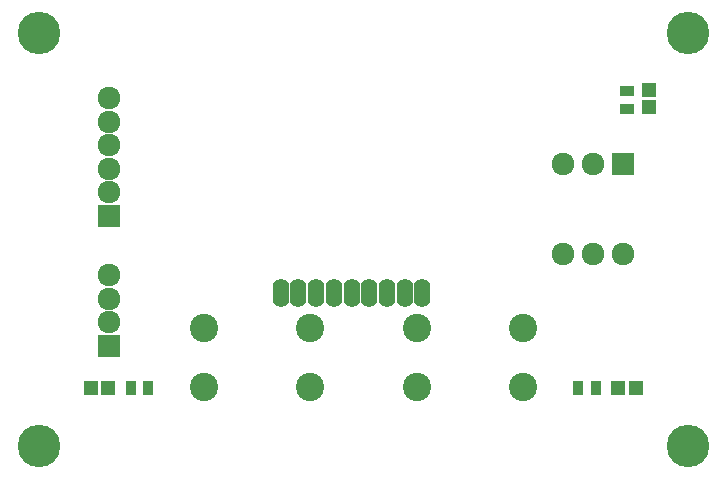
<source format=gts>
G04 #@! TF.GenerationSoftware,KiCad,Pcbnew,(5.0.0)*
G04 #@! TF.CreationDate,2018-08-29T14:02:58+09:00*
G04 #@! TF.ProjectId,lancer_subbord,6C616E6365725F737562626F72642E6B,rev?*
G04 #@! TF.SameCoordinates,Original*
G04 #@! TF.FileFunction,Soldermask,Top*
G04 #@! TF.FilePolarity,Negative*
%FSLAX46Y46*%
G04 Gerber Fmt 4.6, Leading zero omitted, Abs format (unit mm)*
G04 Created by KiCad (PCBNEW (5.0.0)) date 08/29/18 14:02:58*
%MOMM*%
%LPD*%
G01*
G04 APERTURE LIST*
%ADD10C,1.924000*%
%ADD11R,1.924000X1.924000*%
%ADD12O,1.400000X2.400000*%
%ADD13C,3.600000*%
%ADD14C,2.400000*%
%ADD15R,1.200000X0.900000*%
%ADD16R,0.900000X1.200000*%
%ADD17R,1.200000X1.200000*%
G04 APERTURE END LIST*
D10*
G04 #@! TO.C,R_SW*
X168925000Y-94625000D03*
X171465000Y-94625000D03*
D11*
X174005000Y-94625000D03*
D10*
X168925000Y-102245000D03*
X171465000Y-102245000D03*
X174005000Y-102245000D03*
G04 #@! TD*
D12*
G04 #@! TO.C,LCD1*
X157000000Y-105500000D03*
X155500000Y-105500000D03*
X154000000Y-105500000D03*
X152500000Y-105500000D03*
X151000000Y-105500000D03*
X149500000Y-105500000D03*
X148000000Y-105500000D03*
X146500000Y-105500000D03*
X145000000Y-105500000D03*
G04 #@! TD*
D11*
G04 #@! TO.C,Writer*
X130500000Y-99000000D03*
D10*
X130500000Y-97000000D03*
X130500000Y-95000000D03*
X130500000Y-93000000D03*
X130500000Y-91000000D03*
X130500000Y-89000000D03*
G04 #@! TD*
D13*
G04 #@! TO.C,REF\002A\002A*
X124500000Y-83500000D03*
G04 #@! TD*
G04 #@! TO.C,REF\002A\002A*
X124500000Y-118500000D03*
G04 #@! TD*
G04 #@! TO.C,REF\002A\002A*
X179500000Y-118500000D03*
G04 #@! TD*
G04 #@! TO.C,REF\002A\002A*
X179500000Y-83500000D03*
G04 #@! TD*
D14*
G04 #@! TO.C,3*
X156500000Y-108500000D03*
X156500000Y-113500000D03*
G04 #@! TD*
G04 #@! TO.C,1*
X138500000Y-108500000D03*
X138500000Y-113500000D03*
G04 #@! TD*
D15*
G04 #@! TO.C,R9*
X174300000Y-89900000D03*
X174300000Y-88400000D03*
G04 #@! TD*
D16*
G04 #@! TO.C,R5*
X171700000Y-113600000D03*
X170200000Y-113600000D03*
G04 #@! TD*
G04 #@! TO.C,R4*
X132300000Y-113600000D03*
X133800000Y-113600000D03*
G04 #@! TD*
D11*
G04 #@! TO.C,Debugger*
X130500000Y-110000000D03*
D10*
X130500000Y-108000000D03*
X130500000Y-106000000D03*
X130500000Y-104000000D03*
G04 #@! TD*
D17*
G04 #@! TO.C,D3*
X176200000Y-89800000D03*
X176200000Y-88300000D03*
G04 #@! TD*
G04 #@! TO.C,LED2*
X173600000Y-113600000D03*
X175100000Y-113600000D03*
G04 #@! TD*
G04 #@! TO.C,LED1*
X130400000Y-113600000D03*
X128900000Y-113600000D03*
G04 #@! TD*
D14*
G04 #@! TO.C,2*
X147500000Y-108500000D03*
X147500000Y-113500000D03*
G04 #@! TD*
G04 #@! TO.C,4*
X165500000Y-108500000D03*
X165500000Y-113500000D03*
G04 #@! TD*
M02*

</source>
